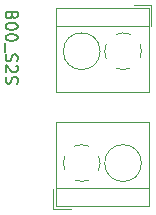
<source format=gbr>
G04 #@! TF.GenerationSoftware,KiCad,Pcbnew,5.1.5-52549c5~86~ubuntu18.04.1*
G04 #@! TF.CreationDate,2020-09-04T14:30:59-05:00*
G04 #@! TF.ProjectId,B00,4230302e-6b69-4636-9164-5f7063625858,rev?*
G04 #@! TF.SameCoordinates,Original*
G04 #@! TF.FileFunction,Legend,Top*
G04 #@! TF.FilePolarity,Positive*
%FSLAX46Y46*%
G04 Gerber Fmt 4.6, Leading zero omitted, Abs format (unit mm)*
G04 Created by KiCad (PCBNEW 5.1.5-52549c5~86~ubuntu18.04.1) date 2020-09-04 14:30:59*
%MOMM*%
%LPD*%
G04 APERTURE LIST*
%ADD10C,0.150000*%
%ADD11C,0.120000*%
G04 APERTURE END LIST*
D10*
X21229628Y-21134723D02*
X21182009Y-21277580D01*
X21134390Y-21325200D01*
X21039152Y-21372819D01*
X20896295Y-21372819D01*
X20801057Y-21325200D01*
X20753438Y-21277580D01*
X20705819Y-21182342D01*
X20705819Y-20801390D01*
X21705819Y-20801390D01*
X21705819Y-21134723D01*
X21658200Y-21229961D01*
X21610580Y-21277580D01*
X21515342Y-21325200D01*
X21420104Y-21325200D01*
X21324866Y-21277580D01*
X21277247Y-21229961D01*
X21229628Y-21134723D01*
X21229628Y-20801390D01*
X21705819Y-21991866D02*
X21705819Y-22087104D01*
X21658200Y-22182342D01*
X21610580Y-22229961D01*
X21515342Y-22277580D01*
X21324866Y-22325200D01*
X21086771Y-22325200D01*
X20896295Y-22277580D01*
X20801057Y-22229961D01*
X20753438Y-22182342D01*
X20705819Y-22087104D01*
X20705819Y-21991866D01*
X20753438Y-21896628D01*
X20801057Y-21849009D01*
X20896295Y-21801390D01*
X21086771Y-21753771D01*
X21324866Y-21753771D01*
X21515342Y-21801390D01*
X21610580Y-21849009D01*
X21658200Y-21896628D01*
X21705819Y-21991866D01*
X21705819Y-22944247D02*
X21705819Y-23039485D01*
X21658200Y-23134723D01*
X21610580Y-23182342D01*
X21515342Y-23229961D01*
X21324866Y-23277580D01*
X21086771Y-23277580D01*
X20896295Y-23229961D01*
X20801057Y-23182342D01*
X20753438Y-23134723D01*
X20705819Y-23039485D01*
X20705819Y-22944247D01*
X20753438Y-22849009D01*
X20801057Y-22801390D01*
X20896295Y-22753771D01*
X21086771Y-22706152D01*
X21324866Y-22706152D01*
X21515342Y-22753771D01*
X21610580Y-22801390D01*
X21658200Y-22849009D01*
X21705819Y-22944247D01*
X20610580Y-23468057D02*
X20610580Y-24229961D01*
X20753438Y-24420438D02*
X20705819Y-24563295D01*
X20705819Y-24801390D01*
X20753438Y-24896628D01*
X20801057Y-24944247D01*
X20896295Y-24991866D01*
X20991533Y-24991866D01*
X21086771Y-24944247D01*
X21134390Y-24896628D01*
X21182009Y-24801390D01*
X21229628Y-24610914D01*
X21277247Y-24515676D01*
X21324866Y-24468057D01*
X21420104Y-24420438D01*
X21515342Y-24420438D01*
X21610580Y-24468057D01*
X21658200Y-24515676D01*
X21705819Y-24610914D01*
X21705819Y-24849009D01*
X21658200Y-24991866D01*
X21610580Y-25372819D02*
X21658200Y-25420438D01*
X21705819Y-25515676D01*
X21705819Y-25753771D01*
X21658200Y-25849009D01*
X21610580Y-25896628D01*
X21515342Y-25944247D01*
X21420104Y-25944247D01*
X21277247Y-25896628D01*
X20705819Y-25325200D01*
X20705819Y-25944247D01*
X20753438Y-26325200D02*
X20705819Y-26468057D01*
X20705819Y-26706152D01*
X20753438Y-26801390D01*
X20801057Y-26849009D01*
X20896295Y-26896628D01*
X20991533Y-26896628D01*
X21086771Y-26849009D01*
X21134390Y-26801390D01*
X21182009Y-26706152D01*
X21229628Y-26515676D01*
X21277247Y-26420438D01*
X21324866Y-26372819D01*
X21420104Y-26325200D01*
X21515342Y-26325200D01*
X21610580Y-26372819D01*
X21658200Y-26420438D01*
X21705819Y-26515676D01*
X21705819Y-26753771D01*
X21658200Y-26896628D01*
D11*
X24740000Y-37524600D02*
X26240000Y-37524600D01*
X24740000Y-35784600D02*
X24740000Y-37524600D01*
X32800000Y-30164600D02*
X32800000Y-37284600D01*
X24980000Y-30164600D02*
X24980000Y-37284600D01*
X24980000Y-37284600D02*
X32800000Y-37284600D01*
X24980000Y-30164600D02*
X32800000Y-30164600D01*
X24980000Y-35724600D02*
X32800000Y-35724600D01*
X32195000Y-33624600D02*
G75*
G03X32195000Y-33624600I-1555000J0D01*
G01*
X27167011Y-35180092D02*
G75*
G02X26532000Y-35056600I-27011J1555492D01*
G01*
X25707891Y-34232342D02*
G75*
G02X25708000Y-33016600I1432109J607742D01*
G01*
X26532258Y-32192491D02*
G75*
G02X27748000Y-32192600I607742J-1432109D01*
G01*
X28572109Y-33016858D02*
G75*
G02X28572000Y-34232600I-1432109J-607742D01*
G01*
X27747587Y-35055985D02*
G75*
G02X27140000Y-35179600I-607587J1431385D01*
G01*
X33040000Y-20255400D02*
X31540000Y-20255400D01*
X33040000Y-21995400D02*
X33040000Y-20255400D01*
X24980000Y-27615400D02*
X24980000Y-20495400D01*
X32800000Y-27615400D02*
X32800000Y-20495400D01*
X32800000Y-20495400D02*
X24980000Y-20495400D01*
X32800000Y-27615400D02*
X24980000Y-27615400D01*
X32800000Y-22055400D02*
X24980000Y-22055400D01*
X28695000Y-24155400D02*
G75*
G03X28695000Y-24155400I-1555000J0D01*
G01*
X30612989Y-22599908D02*
G75*
G02X31248000Y-22723400I27011J-1555492D01*
G01*
X32072109Y-23547658D02*
G75*
G02X32072000Y-24763400I-1432109J-607742D01*
G01*
X31247742Y-25587509D02*
G75*
G02X30032000Y-25587400I-607742J1432109D01*
G01*
X29207891Y-24763142D02*
G75*
G02X29208000Y-23547400I1432109J607742D01*
G01*
X30032413Y-22724015D02*
G75*
G02X30640000Y-22600400I607587J-1431385D01*
G01*
M02*

</source>
